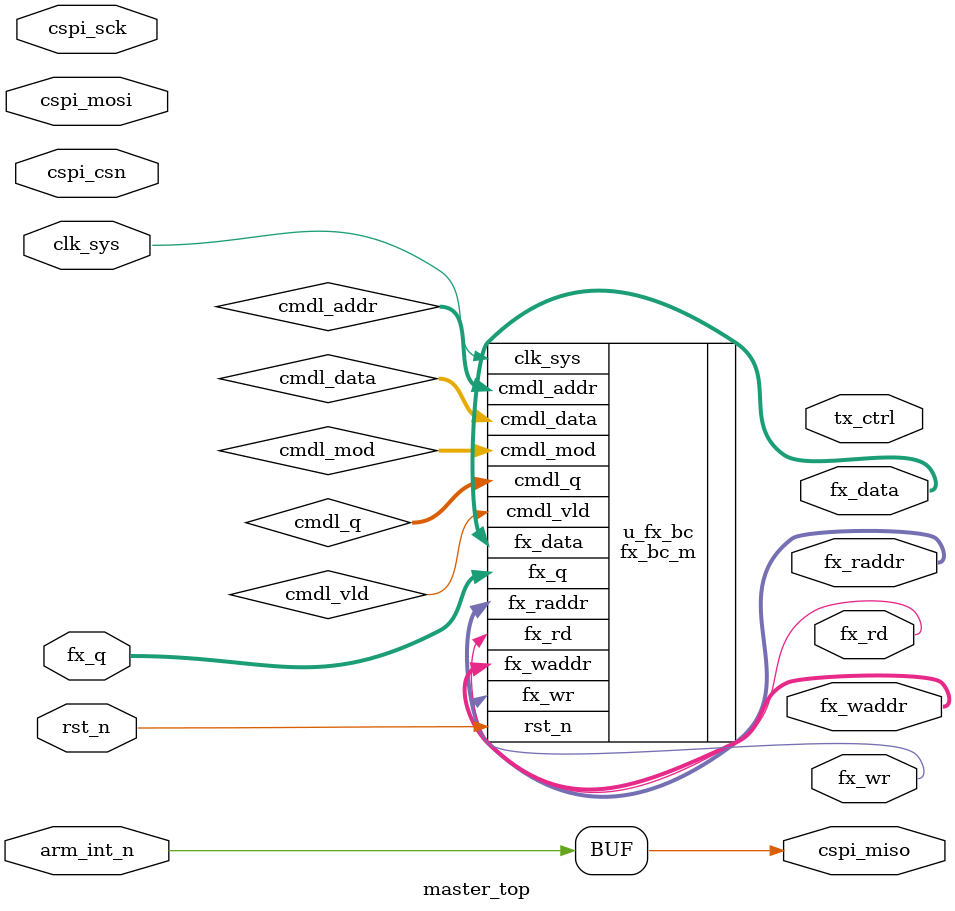
<source format=v>


module master_top(
//arm control spi
cspi_csn,
cspi_sck,
cspi_miso,
cspi_mosi,
//fx bus master
fx_waddr,
fx_wr,
fx_data,
fx_rd,
fx_raddr,
fx_q,
//signal line 
arm_int_n,
//485 line
tx_ctrl,
//clk rst
clk_sys,
rst_n
);
//arm control spi
input cspi_csn;
input cspi_sck;
output cspi_miso;
input cspi_mosi;
//fx bus master
output [15:0]	fx_waddr;
output				fx_wr;
output [7:0]	fx_data;
output				fx_rd;
output [15:0]	fx_raddr;
input  [7:0]	fx_q;
//signal line 
input  arm_int_n;
//485 line
output tx_ctrl;
//clk rst
input clk_sys;
input rst_n;

//----------------------------------------
//----------------------------------------

// no logic
wire cspi_miso = arm_int_n;



wire [7:0]	cmdl_mod;
wire [7:0]	cmdl_addr;
wire [7:0]	cmdl_data;
wire				cmdl_vld;
wire  [7:0]	cmdl_q;


//----------- fx_bc -----------
fx_bc_m u_fx_bc(
.cmdl_mod(cmdl_mod),
.cmdl_addr(cmdl_addr),
.cmdl_data(cmdl_data),
.cmdl_vld(cmdl_vld),
.cmdl_q(cmdl_q),
//fx bus
.fx_waddr(fx_waddr),
.fx_wr(fx_wr),
.fx_data(fx_data),
.fx_rd(fx_rd),
.fx_raddr(fx_raddr),
.fx_q(fx_q),
//clk rst
.clk_sys(clk_sys),
.rst_n(rst_n)
);


endmodule

</source>
